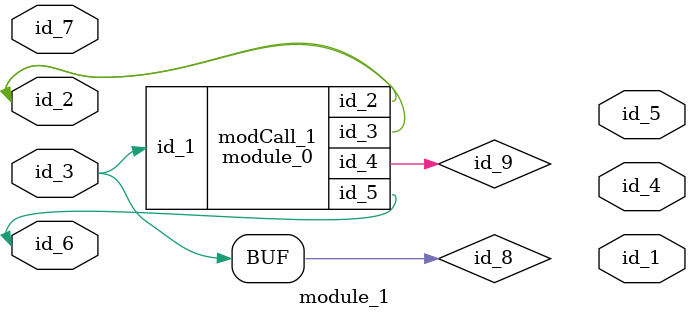
<source format=v>
module module_0 (
    id_1,
    id_2,
    id_3,
    id_4,
    id_5
);
  output wire id_5;
  inout wire id_4;
  output wire id_3;
  inout wire id_2;
  input wire id_1;
  wire id_6;
endmodule
module module_1 (
    id_1,
    id_2,
    id_3,
    id_4,
    id_5,
    id_6,
    id_7
);
  input wire id_7;
  inout wire id_6;
  output wire id_5;
  output wire id_4;
  inout wire id_3;
  inout wire id_2;
  output wire id_1;
  wire id_8 = id_3[{1'b0{1}}], id_9;
  module_0 modCall_1 (
      id_8,
      id_2,
      id_2,
      id_9,
      id_6
  );
endmodule

</source>
